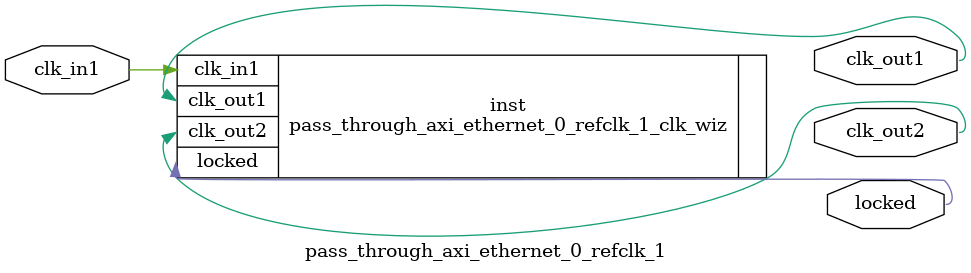
<source format=v>


`timescale 1ps/1ps

(* CORE_GENERATION_INFO = "pass_through_axi_ethernet_0_refclk_1,clk_wiz_v6_0_9_0_0,{component_name=pass_through_axi_ethernet_0_refclk_1,use_phase_alignment=true,use_min_o_jitter=false,use_max_i_jitter=false,use_dyn_phase_shift=false,use_inclk_switchover=false,use_dyn_reconfig=false,enable_axi=0,feedback_source=FDBK_AUTO,PRIMITIVE=MMCM,num_out_clk=2,clkin1_period=8.000,clkin2_period=10.000,use_power_down=false,use_reset=false,use_locked=true,use_inclk_stopped=false,feedback_type=SINGLE,CLOCK_MGR_TYPE=NA,manual_override=false}" *)

module pass_through_axi_ethernet_0_refclk_1 
 (
  // Clock out ports
  output        clk_out1,
  output        clk_out2,
  // Status and control signals
  output        locked,
 // Clock in ports
  input         clk_in1
 );

  pass_through_axi_ethernet_0_refclk_1_clk_wiz inst
  (
  // Clock out ports  
  .clk_out1(clk_out1),
  .clk_out2(clk_out2),
  // Status and control signals               
  .locked(locked),
 // Clock in ports
  .clk_in1(clk_in1)
  );

endmodule

</source>
